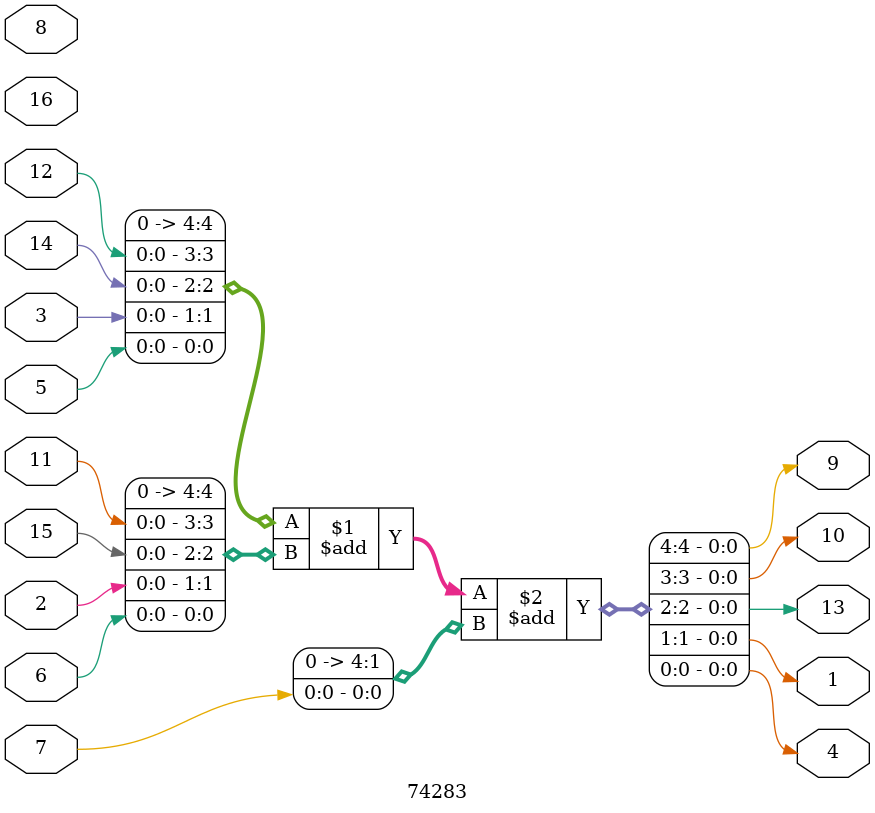
<source format=v>
/* 74283 4-bit adder
 * worse case delay of 80ns
 */
`timescale 1 ns / 100 ps
module \74283 (\1 , \2 , \3 , \4 , \5 , \6 , \7 , \8 , \9 , \10 , \11 , \12 , \13 , \14 , \15 , \16 );
   input \2 , \3  , \5 , \6 , \7 , \8 , \11 , \12 , \14 , \15 , \16 ;
   output \1 , \4 , \9 , \10 , \13 ;

   assign #80 { \9 , \10 , \13 , \1 , \4 } = { 1'b0 , \12 , \14 , \3 , \5 } + { 1'b0 , \11 , \15 , \2 , \6 } + { 1'b0 , 1'b0 , 1'b0 , 1'b0 , \7 };

endmodule

</source>
